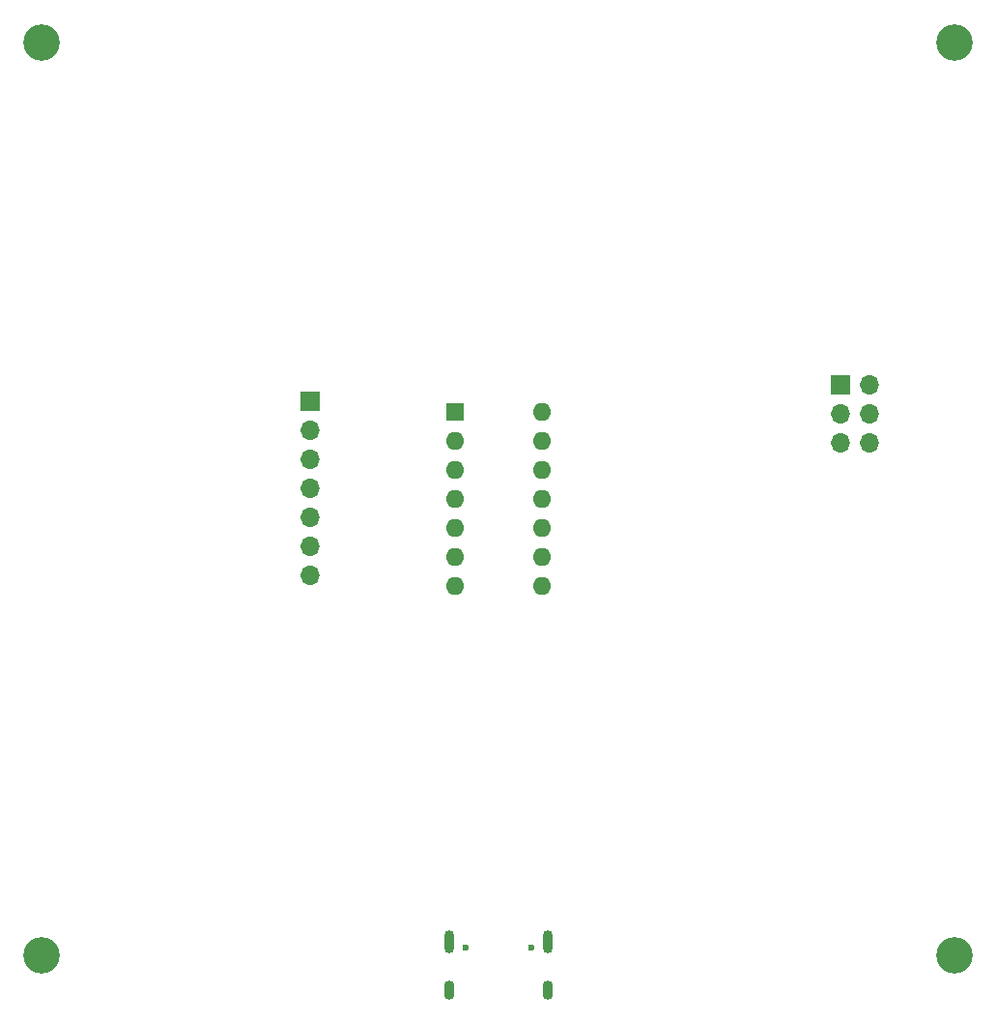
<source format=gbs>
%TF.GenerationSoftware,KiCad,Pcbnew,7.0.9*%
%TF.CreationDate,2023-11-22T04:12:16+01:00*%
%TF.ProjectId,Co2-Sensor,436f322d-5365-46e7-936f-722e6b696361,rev?*%
%TF.SameCoordinates,Original*%
%TF.FileFunction,Soldermask,Bot*%
%TF.FilePolarity,Negative*%
%FSLAX46Y46*%
G04 Gerber Fmt 4.6, Leading zero omitted, Abs format (unit mm)*
G04 Created by KiCad (PCBNEW 7.0.9) date 2023-11-22 04:12:16*
%MOMM*%
%LPD*%
G01*
G04 APERTURE LIST*
%ADD10C,3.200000*%
%ADD11R,1.700000X1.700000*%
%ADD12O,1.700000X1.700000*%
%ADD13R,1.600000X1.600000*%
%ADD14O,1.600000X1.600000*%
%ADD15C,0.600000*%
%ADD16O,0.900000X2.000000*%
%ADD17O,0.900000X1.700000*%
G04 APERTURE END LIST*
D10*
%TO.C,H4*%
X74000000Y-125000000D03*
%TD*%
%TO.C,H2*%
X154000000Y-45000000D03*
%TD*%
D11*
%TO.C,J1*%
X144000000Y-75000000D03*
D12*
X146540000Y-75000000D03*
X144000000Y-77540000D03*
X146540000Y-77540000D03*
X144000000Y-80080000D03*
X146540000Y-80080000D03*
%TD*%
D11*
%TO.C,J3*%
X97500000Y-76420000D03*
D12*
X97500000Y-78960000D03*
X97500000Y-81500000D03*
X97500000Y-84040000D03*
X97500000Y-86580000D03*
X97500000Y-89120000D03*
X97500000Y-91660000D03*
%TD*%
D13*
%TO.C,U2*%
X110200000Y-77375000D03*
D14*
X110200000Y-79915000D03*
X110200000Y-82455000D03*
X110200000Y-84995000D03*
X110200000Y-87535000D03*
X110200000Y-90075000D03*
X110200000Y-92615000D03*
X117820000Y-92615000D03*
X117820000Y-90075000D03*
X117820000Y-87535000D03*
X117820000Y-84995000D03*
X117820000Y-82455000D03*
X117820000Y-79915000D03*
X117820000Y-77375000D03*
%TD*%
D15*
%TO.C,J2*%
X111110000Y-124300000D03*
X116890000Y-124300000D03*
D16*
X109680000Y-123820000D03*
D17*
X109680000Y-127990000D03*
D16*
X118320000Y-123820000D03*
D17*
X118320000Y-127990000D03*
%TD*%
D10*
%TO.C,H3*%
X154000000Y-125000000D03*
%TD*%
%TO.C,H1*%
X74000000Y-45000000D03*
%TD*%
M02*

</source>
